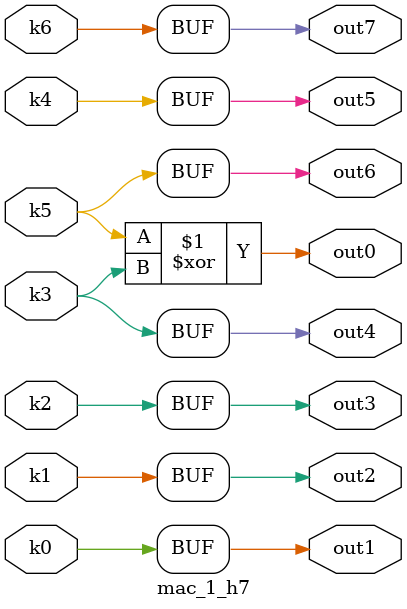
<source format=v>
module mac_1(pi0, pi1, pi2, pi3, pi4, pi5, pi6, pi7, po0, po1, po2, po3, po4, po5, po6, po7);
input pi0, pi1, pi2, pi3, pi4, pi5, pi6, pi7;
output po0, po1, po2, po3, po4, po5, po6, po7;
wire k0, k1, k2, k3, k4, k5, k6;
mac_1_w7 DUT1 (pi0, pi1, pi2, pi3, pi4, pi5, pi6, pi7, k0, k1, k2, k3, k4, k5, k6);
mac_1_h7 DUT2 (k0, k1, k2, k3, k4, k5, k6, po0, po1, po2, po3, po4, po5, po6, po7);
endmodule

module mac_1_w7(in7, in6, in5, in4, in3, in2, in1, in0, k6, k5, k4, k3, k2, k1, k0);
input in7, in6, in5, in4, in3, in2, in1, in0;
output k6, k5, k4, k3, k2, k1, k0;
assign k0 =   in0 ? ((in4 & ((in6 & ((~in3 & (in1 | in2) & (~in7 | ~in5)) | (~in7 & ~in5))) | (in7 & ((~in6 & ((~in1 & (~in2 | in5)) | (~in2 & in5))) | (in3 & ~in2 & in5))))) | (in5 & in6 & ~in4 & ((~in1 & (~in2 | in7)) | (~in2 & in7)))) : ((~in1 & ~in2 & (in7 ? (~in5 & in6) : (in5 & in4))) | (in5 & ((in3 & ((in1 & ~in7) | (in2 & in6 & in4))) | (in6 & in4 & ~in3 & in7))) | ((in1 | in2) & ((~in5 & (~in6 | (in3 & in7))) | (~in7 & ~in4))) | (in1 & in2 & (~in6 | ~in4)) | (~in6 & (~in7 | ~in4)) | (~in5 & ~in4));
assign k1 =   (in4 & ((in3 & ((in2 & in1 & in7 & in5) | (in6 & ~in7 & ~in5))) | (~in3 & ((in2 & ((~in1 & in6 & in5) | (in7 & ~in5))) | (in1 & ((in7 & ~in5) | (~in2 & in6 & in5))) | (in7 & in5 & ~in1 & in6))) | (in7 & ((~in6 & ((in2 & (in1 | ~in5)) | (in1 & ~in5))) | (in6 & in5 & in2 & ~in1))))) | (~in4 & ((in5 & (in6 ? ((in2 & (in1 | ~in7)) | (in1 & ~in7)) : (in7 & (~in2 | ~in1)))) | (~in2 & ~in1 & ~in5))) | (~in7 & ((~in2 & ~in1 & (~in6 | ~in5)) | (in6 & in5 & ~in3 & in1)));
assign k2 =   ((~in7 | ~in5) & ((~in2 & (in1 | (in6 & in4 & in3))) | (~in1 & in2 & (~in6 | ~in4 | ~in3)))) | (in7 & in5 & ((in2 & (in1 | (in6 & in4 & in3))) | (~in1 & ~in2 & (~in6 | ~in4 | ~in3))));
assign k3 =   in4;
assign k4 =   in5;
assign k5 =   in6;
assign k6 =   in7;
endmodule

module mac_1_h7(k6, k5, k4, k3, k2, k1, k0, out7, out6, out5, out4, out3, out2, out1, out0);
input k6, k5, k4, k3, k2, k1, k0;
output out7, out6, out5, out4, out3, out2, out1, out0;
assign out0 = k5 ^ k3;
assign out1 = k0;
assign out2 = k1;
assign out3 = k2;
assign out4 = k3;
assign out5 = k4;
assign out6 = k5;
assign out7 = k6;
endmodule

</source>
